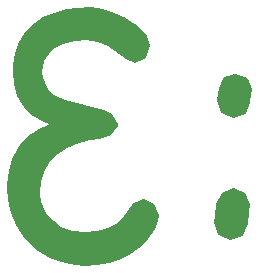
<source format=gbr>
%TF.GenerationSoftware,KiCad,Pcbnew,8.0.4*%
%TF.CreationDate,2024-08-14T00:00:12-05:00*%
%TF.ProjectId,TestStand,54657374-5374-4616-9e64-2e6b69636164,rev?*%
%TF.SameCoordinates,Original*%
%TF.FileFunction,Legend,Bot*%
%TF.FilePolarity,Positive*%
%FSLAX46Y46*%
G04 Gerber Fmt 4.6, Leading zero omitted, Abs format (unit mm)*
G04 Created by KiCad (PCBNEW 8.0.4) date 2024-08-14 00:00:12*
%MOMM*%
%LPD*%
G01*
G04 APERTURE LIST*
G04 Aperture macros list*
%AMRoundRect*
0 Rectangle with rounded corners*
0 $1 Rounding radius*
0 $2 $3 $4 $5 $6 $7 $8 $9 X,Y pos of 4 corners*
0 Add a 4 corners polygon primitive as box body*
4,1,4,$2,$3,$4,$5,$6,$7,$8,$9,$2,$3,0*
0 Add four circle primitives for the rounded corners*
1,1,$1+$1,$2,$3*
1,1,$1+$1,$4,$5*
1,1,$1+$1,$6,$7*
1,1,$1+$1,$8,$9*
0 Add four rect primitives between the rounded corners*
20,1,$1+$1,$2,$3,$4,$5,0*
20,1,$1+$1,$4,$5,$6,$7,0*
20,1,$1+$1,$6,$7,$8,$9,0*
20,1,$1+$1,$8,$9,$2,$3,0*%
G04 Aperture macros list end*
%ADD10C,0.150000*%
%ADD11R,1.600000X1.600000*%
%ADD12O,1.600000X1.600000*%
%ADD13RoundRect,0.250000X-0.750000X-1.050000X0.750000X-1.050000X0.750000X1.050000X-0.750000X1.050000X0*%
%ADD14O,2.000000X2.600000*%
%ADD15RoundRect,0.250000X1.050000X-0.750000X1.050000X0.750000X-1.050000X0.750000X-1.050000X-0.750000X0*%
%ADD16O,2.600000X2.000000*%
%ADD17RoundRect,0.250000X-1.050000X0.750000X-1.050000X-0.750000X1.050000X-0.750000X1.050000X0.750000X0*%
%ADD18R,1.980000X1.980000*%
%ADD19C,1.980000*%
%ADD20R,1.651000X1.651000*%
%ADD21C,1.651000*%
%ADD22C,6.400000*%
%ADD23C,1.600000*%
%ADD24R,2.420000X5.080000*%
G04 APERTURE END LIST*
D10*
G36*
X69814026Y-133086043D02*
G01*
X70120703Y-134025309D01*
X70214584Y-134131402D01*
X71116289Y-134533282D01*
X71230635Y-134536845D01*
X72157655Y-134199847D01*
X72232030Y-134126517D01*
X72624226Y-133203093D01*
X72627704Y-133086043D01*
X72720516Y-132309351D01*
X72808443Y-131537543D01*
X72430630Y-130605318D01*
X72378576Y-130555687D01*
X71462207Y-130163491D01*
X71352756Y-130160013D01*
X70415092Y-130571486D01*
X69964293Y-131543019D01*
X69827550Y-132563129D01*
X69814026Y-133086043D01*
G37*
G36*
X70043614Y-122818073D02*
G01*
X70364565Y-123753118D01*
X70434403Y-123829239D01*
X71368918Y-124218501D01*
X71445568Y-124220027D01*
X72389467Y-123899077D01*
X72466503Y-123829239D01*
X72858699Y-122931546D01*
X72862177Y-122818073D01*
X72925680Y-122324703D01*
X72984298Y-121811793D01*
X72623658Y-120897886D01*
X72573970Y-120849476D01*
X71664934Y-120471806D01*
X71553035Y-120468457D01*
X70633232Y-120798872D01*
X70163012Y-121682273D01*
X70045088Y-122673517D01*
X70043614Y-122818073D01*
G37*
G36*
X58823098Y-136725261D02*
G01*
X59834263Y-136669391D01*
X60907596Y-136472971D01*
X61912923Y-136135128D01*
X62545359Y-135831332D01*
X63397766Y-135258888D01*
X64175718Y-134490081D01*
X64762015Y-133589126D01*
X65046406Y-132915073D01*
X65129448Y-132421702D01*
X64739781Y-131497739D01*
X64714235Y-131474040D01*
X63810632Y-131099375D01*
X63742149Y-131097906D01*
X62845129Y-131544412D01*
X62794487Y-131605931D01*
X62164340Y-132558478D01*
X61457915Y-133244238D01*
X60835659Y-133574528D01*
X59850583Y-133837524D01*
X58827983Y-133911584D01*
X57841418Y-133801336D01*
X56866546Y-133429590D01*
X56204815Y-132978576D01*
X55523439Y-132251023D01*
X55102693Y-131337517D01*
X55008025Y-130570341D01*
X55103279Y-129589401D01*
X55438159Y-128610650D01*
X56014153Y-127764048D01*
X56532100Y-127273063D01*
X57359640Y-126739745D01*
X58325510Y-126337804D01*
X59300192Y-126090813D01*
X60102930Y-125973691D01*
X61089710Y-125697477D01*
X61621052Y-124874026D01*
X61627006Y-124742707D01*
X61159510Y-123884041D01*
X60430216Y-123511723D01*
X57152477Y-122705722D01*
X56234734Y-122245305D01*
X55726099Y-121782484D01*
X55282798Y-120863138D01*
X55227843Y-120365875D01*
X55392001Y-119399895D01*
X55989132Y-118564126D01*
X56160851Y-118421702D01*
X57026615Y-117954359D01*
X58021786Y-117715444D01*
X58979413Y-117654780D01*
X59955569Y-117794022D01*
X60791695Y-118148150D01*
X62340195Y-119213049D01*
X63068039Y-119530565D01*
X63986234Y-119108807D01*
X64010816Y-119081158D01*
X64398170Y-118157457D01*
X64401605Y-118050453D01*
X64054942Y-117116386D01*
X63316489Y-116417623D01*
X62430345Y-115870977D01*
X62301116Y-115803419D01*
X61324469Y-115338236D01*
X60358947Y-114999922D01*
X59366557Y-114842042D01*
X59292044Y-114841102D01*
X58226897Y-114887642D01*
X57247961Y-115027261D01*
X56214828Y-115307792D01*
X55299036Y-115715014D01*
X54607466Y-116164898D01*
X53884183Y-116845005D01*
X53275103Y-117764808D01*
X52932495Y-118694357D01*
X52767535Y-119740313D01*
X52751221Y-120224214D01*
X52843098Y-121374884D01*
X53118730Y-122368590D01*
X53672546Y-123329528D01*
X54476472Y-124076821D01*
X55364619Y-124547313D01*
X55897069Y-124742707D01*
X54942446Y-125178351D01*
X54053059Y-125788386D01*
X53343991Y-126531037D01*
X53166434Y-126779692D01*
X52687298Y-127691691D01*
X52385620Y-128736307D01*
X52265836Y-129789847D01*
X52257850Y-130164898D01*
X52324998Y-131161867D01*
X52573071Y-132252068D01*
X53003936Y-133263729D01*
X53617591Y-134196852D01*
X54167829Y-134815282D01*
X54913438Y-135464377D01*
X55857546Y-136051919D01*
X56881596Y-136456670D01*
X57985588Y-136678631D01*
X58823098Y-136725261D01*
G37*
%LPC*%
D11*
%TO.C,D1*%
X96500000Y-115620000D03*
D12*
X96500000Y-108000000D03*
%TD*%
D13*
%TO.C,J5*%
X50000000Y-195000000D03*
D14*
X53500000Y-195000000D03*
X57000000Y-195000000D03*
%TD*%
D15*
%TO.C,J12*%
X110000000Y-117950000D03*
D16*
X110000000Y-114450000D03*
X110000000Y-110950000D03*
%TD*%
D13*
%TO.C,J7*%
X79000000Y-195000000D03*
D14*
X82500000Y-195000000D03*
X86000000Y-195000000D03*
%TD*%
D17*
%TO.C,J17*%
X28000000Y-181500000D03*
D16*
X28000000Y-185000000D03*
%TD*%
D15*
%TO.C,J13*%
X110000000Y-103950000D03*
D16*
X110000000Y-100450000D03*
X110000000Y-96950000D03*
%TD*%
D18*
%TO.C,IC1*%
X36770000Y-172050000D03*
D19*
X36770000Y-169500000D03*
X36770000Y-166950000D03*
%TD*%
D11*
%TO.C,SW1*%
X36000000Y-176500000D03*
D12*
X36000000Y-184120000D03*
%TD*%
D15*
%TO.C,J11*%
X110000000Y-131950000D03*
D16*
X110000000Y-128450000D03*
X110000000Y-124950000D03*
%TD*%
D15*
%TO.C,J2*%
X27500000Y-132000000D03*
D16*
X27500000Y-128500000D03*
X27500000Y-125000000D03*
X27500000Y-121500000D03*
X27500000Y-118000000D03*
X27500000Y-114500000D03*
X27500000Y-111000000D03*
%TD*%
D20*
%TO.C,CR6*%
X101500000Y-187080000D03*
D21*
X101500000Y-184540000D03*
X101500000Y-182000000D03*
%TD*%
D22*
%TO.C,H2*%
X110000000Y-68000000D03*
%TD*%
D13*
%TO.C,J8*%
X93500000Y-195000000D03*
D14*
X97000000Y-195000000D03*
X100500000Y-195000000D03*
%TD*%
D11*
%TO.C,U4*%
X68300000Y-101460000D03*
D23*
X68300000Y-104000000D03*
X68300000Y-106540000D03*
X68300000Y-109080000D03*
X68300000Y-111620000D03*
X68300000Y-114160000D03*
X68300000Y-116700000D03*
X68300000Y-119240000D03*
X68300000Y-121780000D03*
X68300000Y-124320000D03*
X68300000Y-126860000D03*
X68300000Y-129400000D03*
X68300000Y-131940000D03*
X68300000Y-134480000D03*
X68300000Y-137020000D03*
X68300000Y-139560000D03*
X68300000Y-142100000D03*
X68300000Y-144640000D03*
X68300000Y-147180000D03*
X68300000Y-149720000D03*
X68300000Y-152260000D03*
X68300000Y-154800000D03*
X68300000Y-157340000D03*
X68300000Y-159880000D03*
X83540000Y-159880000D03*
X83540000Y-157340000D03*
X83540000Y-154800000D03*
X83540000Y-152260000D03*
X83540000Y-149720000D03*
X83540000Y-147180000D03*
X83540000Y-144640000D03*
X83540000Y-142100000D03*
X83540000Y-139560000D03*
X83540000Y-137020000D03*
X83540000Y-134480000D03*
X83540000Y-131940000D03*
X83540000Y-129400000D03*
X83540000Y-126860000D03*
X83540000Y-124320000D03*
X83540000Y-121780000D03*
X83540000Y-119240000D03*
X83540000Y-116700000D03*
X83540000Y-114160000D03*
X83540000Y-111620000D03*
X83540000Y-109080000D03*
X83540000Y-106540000D03*
X83540000Y-104000000D03*
X83540000Y-101460000D03*
%TD*%
D22*
%TO.C,H3*%
X110000000Y-195500000D03*
%TD*%
D20*
%TO.C,CR1*%
X43500000Y-175580000D03*
D21*
X43500000Y-173040000D03*
X43500000Y-170500000D03*
%TD*%
D20*
%TO.C,CR3*%
X58068200Y-186937100D03*
D21*
X58068200Y-184397100D03*
X58068200Y-181857100D03*
%TD*%
D20*
%TO.C,CR5*%
X87000000Y-187000000D03*
D21*
X87000000Y-184460000D03*
X87000000Y-181920000D03*
%TD*%
D13*
%TO.C,J4*%
X35500000Y-195000000D03*
D14*
X39000000Y-195000000D03*
X42500000Y-195000000D03*
%TD*%
D24*
%TO.C,J15*%
X76880000Y-67280000D03*
X68120000Y-67280000D03*
%TD*%
D22*
%TO.C,H1*%
X27500000Y-68000000D03*
%TD*%
D20*
%TO.C,CR4*%
X72500000Y-187050000D03*
D21*
X72500000Y-184510000D03*
X72500000Y-181970000D03*
%TD*%
D15*
%TO.C,J9*%
X110000000Y-160000000D03*
D16*
X110000000Y-156500000D03*
X110000000Y-153000000D03*
%TD*%
D15*
%TO.C,J10*%
X110000000Y-145950000D03*
D16*
X110000000Y-142450000D03*
X110000000Y-138950000D03*
%TD*%
D11*
%TO.C,D2*%
X100000000Y-115620000D03*
D12*
X100000000Y-108000000D03*
%TD*%
D20*
%TO.C,CR2*%
X43431800Y-187000000D03*
D21*
X43431800Y-184460000D03*
X43431800Y-181920000D03*
%TD*%
D22*
%TO.C,H4*%
X27500000Y-195500000D03*
%TD*%
D15*
%TO.C,J1*%
X27500000Y-104000000D03*
D16*
X27500000Y-100500000D03*
X27500000Y-97000000D03*
X27500000Y-93500000D03*
X27500000Y-90000000D03*
X27500000Y-86500000D03*
X27500000Y-83000000D03*
%TD*%
D13*
%TO.C,J6*%
X64500000Y-195000000D03*
D14*
X68000000Y-195000000D03*
X71500000Y-195000000D03*
%TD*%
D15*
%TO.C,J3*%
X27500000Y-160000000D03*
D16*
X27500000Y-156500000D03*
X27500000Y-153000000D03*
X27500000Y-149500000D03*
X27500000Y-146000000D03*
X27500000Y-142500000D03*
X27500000Y-139000000D03*
%TD*%
D17*
%TO.C,J16*%
X28000000Y-167500000D03*
D16*
X28000000Y-171000000D03*
%TD*%
D15*
%TO.C,J14*%
X110000000Y-90000000D03*
D16*
X110000000Y-86500000D03*
%TD*%
%LPD*%
M02*

</source>
